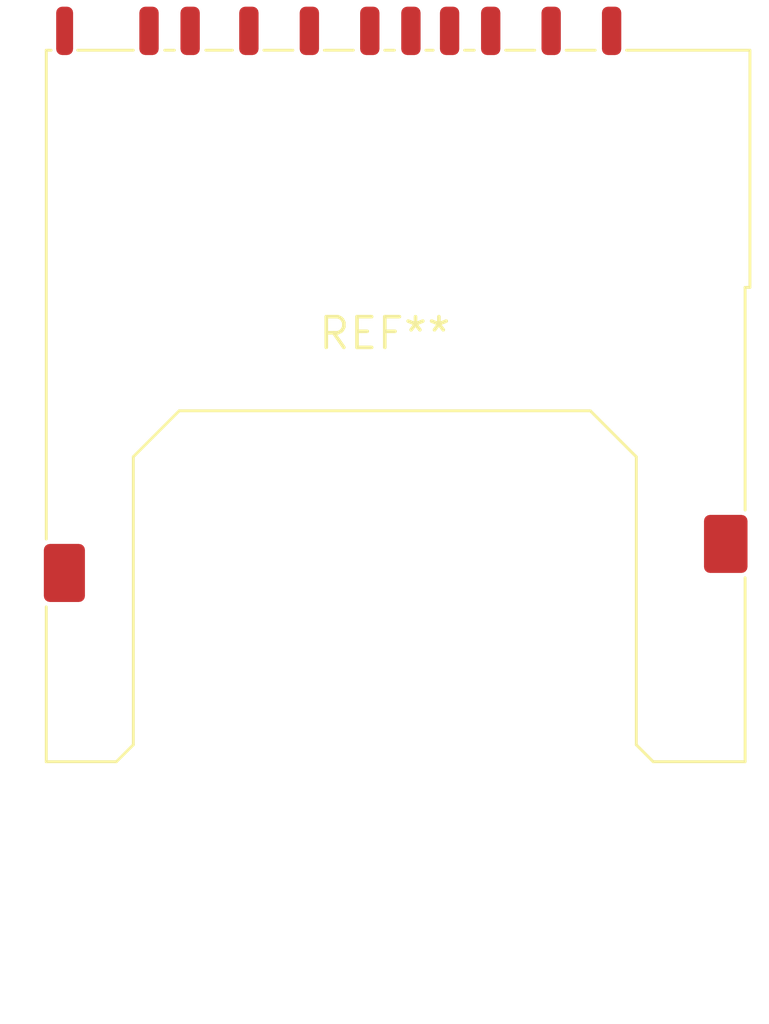
<source format=kicad_pcb>
(kicad_pcb (version 20240108) (generator pcbnew)
  (layers (0 "F.Cu" signal) (31 "B.Cu" signal) (34 "B.Paste" user) (35 "F.Paste" user) (36 "B.SilkS" user "B.Silkscreen") (37 "F.SilkS" user "F.Silkscreen") (38 "B.Mask" user) (39 "F.Mask" user) (44 "Edge.Cuts" user))
  (net 0 "")
  (footprint "SD_Kyocera_145638009511859+" (layer "F.Cu") (at 0 0)
    (property "Reference" "REF**")
    (property "Value" "SD_Kyocera_145638009511859+")
    (fp_line (start -14 -11.7) (end -14 8.5) (layer "F.SilkS") (stroke (width 0.12)))
    (fp_line (start -14 11.3) (end -14 17.7) (layer "F.SilkS") (stroke (width 0.12)))
    (fp_line (start -14 17.7) (end -11.1 17.7) (layer "F.SilkS") (stroke (width 0.12)))
    (fp_line (start -13.8 -11.7) (end -14 -11.7) (layer "F.SilkS") (stroke (width 0.12)))
    (fp_line (start -10.4 -11.7) (end -12.7 -11.7) (layer "F.SilkS") (stroke (width 0.12)))
    (fp_line (start -10.4 17) (end -11.1 17.7) (layer "F.SilkS") (stroke (width 0.12)))
    (fp_line (start -10.4 17) (end -10.4 5.1) (layer "F.SilkS") (stroke (width 0.12)))
    (fp_line (start -8.7 -11.7) (end -9.1 -11.7) (layer "F.SilkS") (stroke (width 0.12)))
    (fp_line (start -8.5 3.2) (end -10.4 5.1) (layer "F.SilkS") (stroke (width 0.12)))
    (fp_line (start -8.5 3.2) (end 8.5 3.2) (layer "F.SilkS") (stroke (width 0.12)))
    (fp_line (start -6.3 -11.7) (end -7.4 -11.7) (layer "F.SilkS") (stroke (width 0.12)))
    (fp_line (start -3.8 -11.7) (end -5 -11.7) (layer "F.SilkS") (stroke (width 0.12)))
    (fp_line (start -1.3 -11.7) (end -2.5 -11.7) (layer "F.SilkS") (stroke (width 0.12)))
    (fp_line (start 0.4 -11.7) (end 0 -11.7) (layer "F.SilkS") (stroke (width 0.12)))
    (fp_line (start 2 -11.7) (end 1.7 -11.7) (layer "F.SilkS") (stroke (width 0.12)))
    (fp_line (start 3.7 -11.7) (end 3.3 -11.7) (layer "F.SilkS") (stroke (width 0.12)))
    (fp_line (start 6.2 -11.7) (end 5 -11.7) (layer "F.SilkS") (stroke (width 0.12)))
    (fp_line (start 8.5 3.2) (end 10.4 5.1) (layer "F.SilkS") (stroke (width 0.12)))
    (fp_line (start 8.7 -11.7) (end 7.5 -11.7) (layer "F.SilkS") (stroke (width 0.12)))
    (fp_line (start 10.4 17) (end 10.4 5.1) (layer "F.SilkS") (stroke (width 0.12)))
    (fp_line (start 10.4 17) (end 11.1 17.7) (layer "F.SilkS") (stroke (width 0.12)))
    (fp_line (start 14.9 -1.9) (end 14.9 7.3) (layer "F.SilkS") (stroke (width 0.12)))
    (fp_line (start 14.9 -1.9) (end 15.1 -1.9) (layer "F.SilkS") (stroke (width 0.12)))
    (fp_line (start 14.9 10.1) (end 14.9 17.7) (layer "F.SilkS") (stroke (width 0.12)))
    (fp_line (start 14.9 17.7) (end 11.1 17.7) (layer "F.SilkS") (stroke (width 0.12)))
    (fp_line (start 15.1 -11.7) (end 10 -11.7) (layer "F.SilkS") (stroke (width 0.12)))
    (fp_line (start 15.1 -1.9) (end 15.1 -11.7) (layer "F.SilkS") (stroke (width 0.12)))
    (pad "" np_thru_hole circle (at -12.1 12 180) (size 1.5 1.5) (drill 1.5) (layers *.Cu *.Mask))
    (pad "" np_thru_hole circle (at 12.1 12 180) (size 1.5 1.5) (drill 1.5) (layers *.Cu *.Mask))
    (pad "1" smd roundrect (at 6.88 -12.5) (size 0.8 2) (layers "F.Cu" "F.Paste" "F.Mask") (roundrect_rratio 0.313))
    (pad "2" smd roundrect (at 4.38 -12.5) (size 0.8 2) (layers "F.Cu" "F.Paste" "F.Mask") (roundrect_rratio 0.313))
    (pad "3" smd roundrect (at 1.08 -12.5) (size 0.8 2) (layers "F.Cu" "F.Paste" "F.Mask") (roundrect_rratio 0.313))
    (pad "4" smd roundrect (at -0.62 -12.5) (size 0.8 2) (layers "F.Cu" "F.Paste" "F.Mask") (roundrect_rratio 0.313))
    (pad "5" smd roundrect (at -3.12 -12.5) (size 0.8 2) (layers "F.Cu" "F.Paste" "F.Mask") (roundrect_rratio 0.313))
    (pad "6" smd roundrect (at -5.62 -12.5) (size 0.8 2) (layers "F.Cu" "F.Paste" "F.Mask") (roundrect_rratio 0.313))
    (pad "7" smd roundrect (at -8.05 -12.5) (size 0.8 2) (layers "F.Cu" "F.Paste" "F.Mask") (roundrect_rratio 0.313))
    (pad "8" smd roundrect (at -9.75 -12.5) (size 0.8 2) (layers "F.Cu" "F.Paste" "F.Mask") (roundrect_rratio 0.313))
    (pad "9" smd roundrect (at 9.38 -12.5) (size 0.8 2) (layers "F.Cu" "F.Paste" "F.Mask") (roundrect_rratio 0.313))
    (pad "10" smd roundrect (at 2.68 -12.5) (size 0.8 2) (layers "F.Cu" "F.Paste" "F.Mask") (roundrect_rratio 0.313))
    (pad "11" smd roundrect (at -13.24 -12.5) (size 0.7 2) (layers "F.Cu" "F.Paste" "F.Mask") (roundrect_rratio 0.357))
    (pad "12" smd roundrect (at 14.1 8.7) (size 1.8 2.4) (layers "F.Cu" "F.Paste" "F.Mask") (roundrect_rratio 0.139))
    (pad "13" smd roundrect (at -13.25 9.9) (size 1.7 2.4) (layers "F.Cu" "F.Paste" "F.Mask") (roundrect_rratio 0.147))
  )
)
</source>
